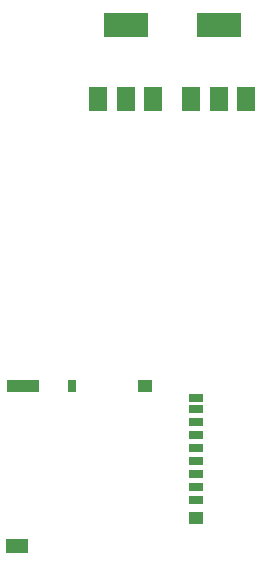
<source format=gbr>
%TF.GenerationSoftware,KiCad,Pcbnew,(6.0.7)*%
%TF.CreationDate,2022-08-13T21:24:58+02:00*%
%TF.ProjectId,SD_interrupter,53445f69-6e74-4657-9272-75707465722e,rev?*%
%TF.SameCoordinates,Original*%
%TF.FileFunction,Paste,Top*%
%TF.FilePolarity,Positive*%
%FSLAX46Y46*%
G04 Gerber Fmt 4.6, Leading zero omitted, Abs format (unit mm)*
G04 Created by KiCad (PCBNEW (6.0.7)) date 2022-08-13 21:24:58*
%MOMM*%
%LPD*%
G01*
G04 APERTURE LIST*
%ADD10R,1.500000X2.000000*%
%ADD11R,3.800000X2.000000*%
%ADD12R,1.200000X0.700000*%
%ADD13R,0.800000X1.000000*%
%ADD14R,1.900000X1.300000*%
%ADD15R,2.800000X1.000000*%
%ADD16R,1.200000X1.000000*%
G04 APERTURE END LIST*
D10*
%TO.C,U3*%
X38340000Y-51664000D03*
X40640000Y-51664000D03*
D11*
X40640000Y-45364000D03*
D10*
X42940000Y-51664000D03*
%TD*%
D12*
%TO.C,J1*%
X38713000Y-85579000D03*
X38713000Y-84479000D03*
X38713000Y-83379000D03*
X38713000Y-82279000D03*
X38713000Y-81179000D03*
X38713000Y-80079000D03*
X38713000Y-78979000D03*
X38713000Y-77879000D03*
X38713000Y-76929000D03*
D13*
X28213000Y-75979000D03*
D14*
X23613000Y-89479000D03*
D15*
X24063000Y-75979000D03*
D16*
X34413000Y-75979000D03*
X38713000Y-87129000D03*
%TD*%
D10*
%TO.C,U1*%
X30466000Y-51664000D03*
D11*
X32766000Y-45364000D03*
D10*
X32766000Y-51664000D03*
X35066000Y-51664000D03*
%TD*%
M02*

</source>
